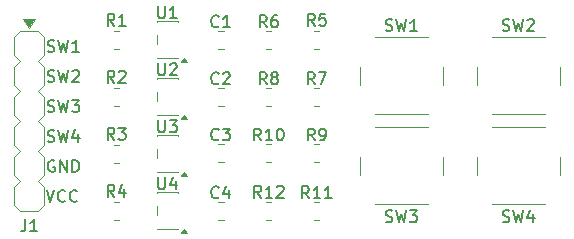
<source format=gbr>
%TF.GenerationSoftware,KiCad,Pcbnew,9.0.6-9.0.6~ubuntu24.04.1*%
%TF.CreationDate,2026-01-17T19:09:58-03:00*%
%TF.ProjectId,cotti_buttons,636f7474-695f-4627-9574-746f6e732e6b,0.0*%
%TF.SameCoordinates,Original*%
%TF.FileFunction,Legend,Top*%
%TF.FilePolarity,Positive*%
%FSLAX46Y46*%
G04 Gerber Fmt 4.6, Leading zero omitted, Abs format (unit mm)*
G04 Created by KiCad (PCBNEW 9.0.6-9.0.6~ubuntu24.04.1) date 2026-01-17 19:09:58*
%MOMM*%
%LPD*%
G01*
G04 APERTURE LIST*
%ADD10C,0.150000*%
%ADD11C,0.120000*%
%ADD12C,0.100000*%
G04 APERTURE END LIST*
D10*
X132369160Y-113487200D02*
X132512017Y-113534819D01*
X132512017Y-113534819D02*
X132750112Y-113534819D01*
X132750112Y-113534819D02*
X132845350Y-113487200D01*
X132845350Y-113487200D02*
X132892969Y-113439580D01*
X132892969Y-113439580D02*
X132940588Y-113344342D01*
X132940588Y-113344342D02*
X132940588Y-113249104D01*
X132940588Y-113249104D02*
X132892969Y-113153866D01*
X132892969Y-113153866D02*
X132845350Y-113106247D01*
X132845350Y-113106247D02*
X132750112Y-113058628D01*
X132750112Y-113058628D02*
X132559636Y-113011009D01*
X132559636Y-113011009D02*
X132464398Y-112963390D01*
X132464398Y-112963390D02*
X132416779Y-112915771D01*
X132416779Y-112915771D02*
X132369160Y-112820533D01*
X132369160Y-112820533D02*
X132369160Y-112725295D01*
X132369160Y-112725295D02*
X132416779Y-112630057D01*
X132416779Y-112630057D02*
X132464398Y-112582438D01*
X132464398Y-112582438D02*
X132559636Y-112534819D01*
X132559636Y-112534819D02*
X132797731Y-112534819D01*
X132797731Y-112534819D02*
X132940588Y-112582438D01*
X133273922Y-112534819D02*
X133512017Y-113534819D01*
X133512017Y-113534819D02*
X133702493Y-112820533D01*
X133702493Y-112820533D02*
X133892969Y-113534819D01*
X133892969Y-113534819D02*
X134131065Y-112534819D01*
X134940588Y-112868152D02*
X134940588Y-113534819D01*
X134702493Y-112487200D02*
X134464398Y-113201485D01*
X134464398Y-113201485D02*
X135083445Y-113201485D01*
X132369160Y-110947200D02*
X132512017Y-110994819D01*
X132512017Y-110994819D02*
X132750112Y-110994819D01*
X132750112Y-110994819D02*
X132845350Y-110947200D01*
X132845350Y-110947200D02*
X132892969Y-110899580D01*
X132892969Y-110899580D02*
X132940588Y-110804342D01*
X132940588Y-110804342D02*
X132940588Y-110709104D01*
X132940588Y-110709104D02*
X132892969Y-110613866D01*
X132892969Y-110613866D02*
X132845350Y-110566247D01*
X132845350Y-110566247D02*
X132750112Y-110518628D01*
X132750112Y-110518628D02*
X132559636Y-110471009D01*
X132559636Y-110471009D02*
X132464398Y-110423390D01*
X132464398Y-110423390D02*
X132416779Y-110375771D01*
X132416779Y-110375771D02*
X132369160Y-110280533D01*
X132369160Y-110280533D02*
X132369160Y-110185295D01*
X132369160Y-110185295D02*
X132416779Y-110090057D01*
X132416779Y-110090057D02*
X132464398Y-110042438D01*
X132464398Y-110042438D02*
X132559636Y-109994819D01*
X132559636Y-109994819D02*
X132797731Y-109994819D01*
X132797731Y-109994819D02*
X132940588Y-110042438D01*
X133273922Y-109994819D02*
X133512017Y-110994819D01*
X133512017Y-110994819D02*
X133702493Y-110280533D01*
X133702493Y-110280533D02*
X133892969Y-110994819D01*
X133892969Y-110994819D02*
X134131065Y-109994819D01*
X134416779Y-109994819D02*
X135035826Y-109994819D01*
X135035826Y-109994819D02*
X134702493Y-110375771D01*
X134702493Y-110375771D02*
X134845350Y-110375771D01*
X134845350Y-110375771D02*
X134940588Y-110423390D01*
X134940588Y-110423390D02*
X134988207Y-110471009D01*
X134988207Y-110471009D02*
X135035826Y-110566247D01*
X135035826Y-110566247D02*
X135035826Y-110804342D01*
X135035826Y-110804342D02*
X134988207Y-110899580D01*
X134988207Y-110899580D02*
X134940588Y-110947200D01*
X134940588Y-110947200D02*
X134845350Y-110994819D01*
X134845350Y-110994819D02*
X134559636Y-110994819D01*
X134559636Y-110994819D02*
X134464398Y-110947200D01*
X134464398Y-110947200D02*
X134416779Y-110899580D01*
X132940588Y-115122438D02*
X132845350Y-115074819D01*
X132845350Y-115074819D02*
X132702493Y-115074819D01*
X132702493Y-115074819D02*
X132559636Y-115122438D01*
X132559636Y-115122438D02*
X132464398Y-115217676D01*
X132464398Y-115217676D02*
X132416779Y-115312914D01*
X132416779Y-115312914D02*
X132369160Y-115503390D01*
X132369160Y-115503390D02*
X132369160Y-115646247D01*
X132369160Y-115646247D02*
X132416779Y-115836723D01*
X132416779Y-115836723D02*
X132464398Y-115931961D01*
X132464398Y-115931961D02*
X132559636Y-116027200D01*
X132559636Y-116027200D02*
X132702493Y-116074819D01*
X132702493Y-116074819D02*
X132797731Y-116074819D01*
X132797731Y-116074819D02*
X132940588Y-116027200D01*
X132940588Y-116027200D02*
X132988207Y-115979580D01*
X132988207Y-115979580D02*
X132988207Y-115646247D01*
X132988207Y-115646247D02*
X132797731Y-115646247D01*
X133416779Y-116074819D02*
X133416779Y-115074819D01*
X133416779Y-115074819D02*
X133988207Y-116074819D01*
X133988207Y-116074819D02*
X133988207Y-115074819D01*
X134464398Y-116074819D02*
X134464398Y-115074819D01*
X134464398Y-115074819D02*
X134702493Y-115074819D01*
X134702493Y-115074819D02*
X134845350Y-115122438D01*
X134845350Y-115122438D02*
X134940588Y-115217676D01*
X134940588Y-115217676D02*
X134988207Y-115312914D01*
X134988207Y-115312914D02*
X135035826Y-115503390D01*
X135035826Y-115503390D02*
X135035826Y-115646247D01*
X135035826Y-115646247D02*
X134988207Y-115836723D01*
X134988207Y-115836723D02*
X134940588Y-115931961D01*
X134940588Y-115931961D02*
X134845350Y-116027200D01*
X134845350Y-116027200D02*
X134702493Y-116074819D01*
X134702493Y-116074819D02*
X134464398Y-116074819D01*
X132273922Y-117614819D02*
X132607255Y-118614819D01*
X132607255Y-118614819D02*
X132940588Y-117614819D01*
X133845350Y-118519580D02*
X133797731Y-118567200D01*
X133797731Y-118567200D02*
X133654874Y-118614819D01*
X133654874Y-118614819D02*
X133559636Y-118614819D01*
X133559636Y-118614819D02*
X133416779Y-118567200D01*
X133416779Y-118567200D02*
X133321541Y-118471961D01*
X133321541Y-118471961D02*
X133273922Y-118376723D01*
X133273922Y-118376723D02*
X133226303Y-118186247D01*
X133226303Y-118186247D02*
X133226303Y-118043390D01*
X133226303Y-118043390D02*
X133273922Y-117852914D01*
X133273922Y-117852914D02*
X133321541Y-117757676D01*
X133321541Y-117757676D02*
X133416779Y-117662438D01*
X133416779Y-117662438D02*
X133559636Y-117614819D01*
X133559636Y-117614819D02*
X133654874Y-117614819D01*
X133654874Y-117614819D02*
X133797731Y-117662438D01*
X133797731Y-117662438D02*
X133845350Y-117710057D01*
X134845350Y-118519580D02*
X134797731Y-118567200D01*
X134797731Y-118567200D02*
X134654874Y-118614819D01*
X134654874Y-118614819D02*
X134559636Y-118614819D01*
X134559636Y-118614819D02*
X134416779Y-118567200D01*
X134416779Y-118567200D02*
X134321541Y-118471961D01*
X134321541Y-118471961D02*
X134273922Y-118376723D01*
X134273922Y-118376723D02*
X134226303Y-118186247D01*
X134226303Y-118186247D02*
X134226303Y-118043390D01*
X134226303Y-118043390D02*
X134273922Y-117852914D01*
X134273922Y-117852914D02*
X134321541Y-117757676D01*
X134321541Y-117757676D02*
X134416779Y-117662438D01*
X134416779Y-117662438D02*
X134559636Y-117614819D01*
X134559636Y-117614819D02*
X134654874Y-117614819D01*
X134654874Y-117614819D02*
X134797731Y-117662438D01*
X134797731Y-117662438D02*
X134845350Y-117710057D01*
X132369160Y-105867200D02*
X132512017Y-105914819D01*
X132512017Y-105914819D02*
X132750112Y-105914819D01*
X132750112Y-105914819D02*
X132845350Y-105867200D01*
X132845350Y-105867200D02*
X132892969Y-105819580D01*
X132892969Y-105819580D02*
X132940588Y-105724342D01*
X132940588Y-105724342D02*
X132940588Y-105629104D01*
X132940588Y-105629104D02*
X132892969Y-105533866D01*
X132892969Y-105533866D02*
X132845350Y-105486247D01*
X132845350Y-105486247D02*
X132750112Y-105438628D01*
X132750112Y-105438628D02*
X132559636Y-105391009D01*
X132559636Y-105391009D02*
X132464398Y-105343390D01*
X132464398Y-105343390D02*
X132416779Y-105295771D01*
X132416779Y-105295771D02*
X132369160Y-105200533D01*
X132369160Y-105200533D02*
X132369160Y-105105295D01*
X132369160Y-105105295D02*
X132416779Y-105010057D01*
X132416779Y-105010057D02*
X132464398Y-104962438D01*
X132464398Y-104962438D02*
X132559636Y-104914819D01*
X132559636Y-104914819D02*
X132797731Y-104914819D01*
X132797731Y-104914819D02*
X132940588Y-104962438D01*
X133273922Y-104914819D02*
X133512017Y-105914819D01*
X133512017Y-105914819D02*
X133702493Y-105200533D01*
X133702493Y-105200533D02*
X133892969Y-105914819D01*
X133892969Y-105914819D02*
X134131065Y-104914819D01*
X135035826Y-105914819D02*
X134464398Y-105914819D01*
X134750112Y-105914819D02*
X134750112Y-104914819D01*
X134750112Y-104914819D02*
X134654874Y-105057676D01*
X134654874Y-105057676D02*
X134559636Y-105152914D01*
X134559636Y-105152914D02*
X134464398Y-105200533D01*
X132369160Y-108407200D02*
X132512017Y-108454819D01*
X132512017Y-108454819D02*
X132750112Y-108454819D01*
X132750112Y-108454819D02*
X132845350Y-108407200D01*
X132845350Y-108407200D02*
X132892969Y-108359580D01*
X132892969Y-108359580D02*
X132940588Y-108264342D01*
X132940588Y-108264342D02*
X132940588Y-108169104D01*
X132940588Y-108169104D02*
X132892969Y-108073866D01*
X132892969Y-108073866D02*
X132845350Y-108026247D01*
X132845350Y-108026247D02*
X132750112Y-107978628D01*
X132750112Y-107978628D02*
X132559636Y-107931009D01*
X132559636Y-107931009D02*
X132464398Y-107883390D01*
X132464398Y-107883390D02*
X132416779Y-107835771D01*
X132416779Y-107835771D02*
X132369160Y-107740533D01*
X132369160Y-107740533D02*
X132369160Y-107645295D01*
X132369160Y-107645295D02*
X132416779Y-107550057D01*
X132416779Y-107550057D02*
X132464398Y-107502438D01*
X132464398Y-107502438D02*
X132559636Y-107454819D01*
X132559636Y-107454819D02*
X132797731Y-107454819D01*
X132797731Y-107454819D02*
X132940588Y-107502438D01*
X133273922Y-107454819D02*
X133512017Y-108454819D01*
X133512017Y-108454819D02*
X133702493Y-107740533D01*
X133702493Y-107740533D02*
X133892969Y-108454819D01*
X133892969Y-108454819D02*
X134131065Y-107454819D01*
X134464398Y-107550057D02*
X134512017Y-107502438D01*
X134512017Y-107502438D02*
X134607255Y-107454819D01*
X134607255Y-107454819D02*
X134845350Y-107454819D01*
X134845350Y-107454819D02*
X134940588Y-107502438D01*
X134940588Y-107502438D02*
X134988207Y-107550057D01*
X134988207Y-107550057D02*
X135035826Y-107645295D01*
X135035826Y-107645295D02*
X135035826Y-107740533D01*
X135035826Y-107740533D02*
X134988207Y-107883390D01*
X134988207Y-107883390D02*
X134416779Y-108454819D01*
X134416779Y-108454819D02*
X135035826Y-108454819D01*
X160972667Y-104107200D02*
X161115524Y-104154819D01*
X161115524Y-104154819D02*
X161353619Y-104154819D01*
X161353619Y-104154819D02*
X161448857Y-104107200D01*
X161448857Y-104107200D02*
X161496476Y-104059580D01*
X161496476Y-104059580D02*
X161544095Y-103964342D01*
X161544095Y-103964342D02*
X161544095Y-103869104D01*
X161544095Y-103869104D02*
X161496476Y-103773866D01*
X161496476Y-103773866D02*
X161448857Y-103726247D01*
X161448857Y-103726247D02*
X161353619Y-103678628D01*
X161353619Y-103678628D02*
X161163143Y-103631009D01*
X161163143Y-103631009D02*
X161067905Y-103583390D01*
X161067905Y-103583390D02*
X161020286Y-103535771D01*
X161020286Y-103535771D02*
X160972667Y-103440533D01*
X160972667Y-103440533D02*
X160972667Y-103345295D01*
X160972667Y-103345295D02*
X161020286Y-103250057D01*
X161020286Y-103250057D02*
X161067905Y-103202438D01*
X161067905Y-103202438D02*
X161163143Y-103154819D01*
X161163143Y-103154819D02*
X161401238Y-103154819D01*
X161401238Y-103154819D02*
X161544095Y-103202438D01*
X161877429Y-103154819D02*
X162115524Y-104154819D01*
X162115524Y-104154819D02*
X162306000Y-103440533D01*
X162306000Y-103440533D02*
X162496476Y-104154819D01*
X162496476Y-104154819D02*
X162734572Y-103154819D01*
X163639333Y-104154819D02*
X163067905Y-104154819D01*
X163353619Y-104154819D02*
X163353619Y-103154819D01*
X163353619Y-103154819D02*
X163258381Y-103297676D01*
X163258381Y-103297676D02*
X163163143Y-103392914D01*
X163163143Y-103392914D02*
X163067905Y-103440533D01*
X138009333Y-103706819D02*
X137676000Y-103230628D01*
X137437905Y-103706819D02*
X137437905Y-102706819D01*
X137437905Y-102706819D02*
X137818857Y-102706819D01*
X137818857Y-102706819D02*
X137914095Y-102754438D01*
X137914095Y-102754438D02*
X137961714Y-102802057D01*
X137961714Y-102802057D02*
X138009333Y-102897295D01*
X138009333Y-102897295D02*
X138009333Y-103040152D01*
X138009333Y-103040152D02*
X137961714Y-103135390D01*
X137961714Y-103135390D02*
X137914095Y-103183009D01*
X137914095Y-103183009D02*
X137818857Y-103230628D01*
X137818857Y-103230628D02*
X137437905Y-103230628D01*
X138961714Y-103706819D02*
X138390286Y-103706819D01*
X138676000Y-103706819D02*
X138676000Y-102706819D01*
X138676000Y-102706819D02*
X138580762Y-102849676D01*
X138580762Y-102849676D02*
X138485524Y-102944914D01*
X138485524Y-102944914D02*
X138390286Y-102992533D01*
X138009333Y-108532819D02*
X137676000Y-108056628D01*
X137437905Y-108532819D02*
X137437905Y-107532819D01*
X137437905Y-107532819D02*
X137818857Y-107532819D01*
X137818857Y-107532819D02*
X137914095Y-107580438D01*
X137914095Y-107580438D02*
X137961714Y-107628057D01*
X137961714Y-107628057D02*
X138009333Y-107723295D01*
X138009333Y-107723295D02*
X138009333Y-107866152D01*
X138009333Y-107866152D02*
X137961714Y-107961390D01*
X137961714Y-107961390D02*
X137914095Y-108009009D01*
X137914095Y-108009009D02*
X137818857Y-108056628D01*
X137818857Y-108056628D02*
X137437905Y-108056628D01*
X138390286Y-107628057D02*
X138437905Y-107580438D01*
X138437905Y-107580438D02*
X138533143Y-107532819D01*
X138533143Y-107532819D02*
X138771238Y-107532819D01*
X138771238Y-107532819D02*
X138866476Y-107580438D01*
X138866476Y-107580438D02*
X138914095Y-107628057D01*
X138914095Y-107628057D02*
X138961714Y-107723295D01*
X138961714Y-107723295D02*
X138961714Y-107818533D01*
X138961714Y-107818533D02*
X138914095Y-107961390D01*
X138914095Y-107961390D02*
X138342667Y-108532819D01*
X138342667Y-108532819D02*
X138961714Y-108532819D01*
X160972667Y-120295200D02*
X161115524Y-120342819D01*
X161115524Y-120342819D02*
X161353619Y-120342819D01*
X161353619Y-120342819D02*
X161448857Y-120295200D01*
X161448857Y-120295200D02*
X161496476Y-120247580D01*
X161496476Y-120247580D02*
X161544095Y-120152342D01*
X161544095Y-120152342D02*
X161544095Y-120057104D01*
X161544095Y-120057104D02*
X161496476Y-119961866D01*
X161496476Y-119961866D02*
X161448857Y-119914247D01*
X161448857Y-119914247D02*
X161353619Y-119866628D01*
X161353619Y-119866628D02*
X161163143Y-119819009D01*
X161163143Y-119819009D02*
X161067905Y-119771390D01*
X161067905Y-119771390D02*
X161020286Y-119723771D01*
X161020286Y-119723771D02*
X160972667Y-119628533D01*
X160972667Y-119628533D02*
X160972667Y-119533295D01*
X160972667Y-119533295D02*
X161020286Y-119438057D01*
X161020286Y-119438057D02*
X161067905Y-119390438D01*
X161067905Y-119390438D02*
X161163143Y-119342819D01*
X161163143Y-119342819D02*
X161401238Y-119342819D01*
X161401238Y-119342819D02*
X161544095Y-119390438D01*
X161877429Y-119342819D02*
X162115524Y-120342819D01*
X162115524Y-120342819D02*
X162306000Y-119628533D01*
X162306000Y-119628533D02*
X162496476Y-120342819D01*
X162496476Y-120342819D02*
X162734572Y-119342819D01*
X163020286Y-119342819D02*
X163639333Y-119342819D01*
X163639333Y-119342819D02*
X163306000Y-119723771D01*
X163306000Y-119723771D02*
X163448857Y-119723771D01*
X163448857Y-119723771D02*
X163544095Y-119771390D01*
X163544095Y-119771390D02*
X163591714Y-119819009D01*
X163591714Y-119819009D02*
X163639333Y-119914247D01*
X163639333Y-119914247D02*
X163639333Y-120152342D01*
X163639333Y-120152342D02*
X163591714Y-120247580D01*
X163591714Y-120247580D02*
X163544095Y-120295200D01*
X163544095Y-120295200D02*
X163448857Y-120342819D01*
X163448857Y-120342819D02*
X163163143Y-120342819D01*
X163163143Y-120342819D02*
X163067905Y-120295200D01*
X163067905Y-120295200D02*
X163020286Y-120247580D01*
X141732095Y-111722819D02*
X141732095Y-112532342D01*
X141732095Y-112532342D02*
X141779714Y-112627580D01*
X141779714Y-112627580D02*
X141827333Y-112675200D01*
X141827333Y-112675200D02*
X141922571Y-112722819D01*
X141922571Y-112722819D02*
X142113047Y-112722819D01*
X142113047Y-112722819D02*
X142208285Y-112675200D01*
X142208285Y-112675200D02*
X142255904Y-112627580D01*
X142255904Y-112627580D02*
X142303523Y-112532342D01*
X142303523Y-112532342D02*
X142303523Y-111722819D01*
X142684476Y-111722819D02*
X143303523Y-111722819D01*
X143303523Y-111722819D02*
X142970190Y-112103771D01*
X142970190Y-112103771D02*
X143113047Y-112103771D01*
X143113047Y-112103771D02*
X143208285Y-112151390D01*
X143208285Y-112151390D02*
X143255904Y-112199009D01*
X143255904Y-112199009D02*
X143303523Y-112294247D01*
X143303523Y-112294247D02*
X143303523Y-112532342D01*
X143303523Y-112532342D02*
X143255904Y-112627580D01*
X143255904Y-112627580D02*
X143208285Y-112675200D01*
X143208285Y-112675200D02*
X143113047Y-112722819D01*
X143113047Y-112722819D02*
X142827333Y-112722819D01*
X142827333Y-112722819D02*
X142732095Y-112675200D01*
X142732095Y-112675200D02*
X142684476Y-112627580D01*
X141732095Y-102070819D02*
X141732095Y-102880342D01*
X141732095Y-102880342D02*
X141779714Y-102975580D01*
X141779714Y-102975580D02*
X141827333Y-103023200D01*
X141827333Y-103023200D02*
X141922571Y-103070819D01*
X141922571Y-103070819D02*
X142113047Y-103070819D01*
X142113047Y-103070819D02*
X142208285Y-103023200D01*
X142208285Y-103023200D02*
X142255904Y-102975580D01*
X142255904Y-102975580D02*
X142303523Y-102880342D01*
X142303523Y-102880342D02*
X142303523Y-102070819D01*
X143303523Y-103070819D02*
X142732095Y-103070819D01*
X143017809Y-103070819D02*
X143017809Y-102070819D01*
X143017809Y-102070819D02*
X142922571Y-102213676D01*
X142922571Y-102213676D02*
X142827333Y-102308914D01*
X142827333Y-102308914D02*
X142732095Y-102356533D01*
X150436342Y-118260019D02*
X150103009Y-117783828D01*
X149864914Y-118260019D02*
X149864914Y-117260019D01*
X149864914Y-117260019D02*
X150245866Y-117260019D01*
X150245866Y-117260019D02*
X150341104Y-117307638D01*
X150341104Y-117307638D02*
X150388723Y-117355257D01*
X150388723Y-117355257D02*
X150436342Y-117450495D01*
X150436342Y-117450495D02*
X150436342Y-117593352D01*
X150436342Y-117593352D02*
X150388723Y-117688590D01*
X150388723Y-117688590D02*
X150341104Y-117736209D01*
X150341104Y-117736209D02*
X150245866Y-117783828D01*
X150245866Y-117783828D02*
X149864914Y-117783828D01*
X151388723Y-118260019D02*
X150817295Y-118260019D01*
X151103009Y-118260019D02*
X151103009Y-117260019D01*
X151103009Y-117260019D02*
X151007771Y-117402876D01*
X151007771Y-117402876D02*
X150912533Y-117498114D01*
X150912533Y-117498114D02*
X150817295Y-117545733D01*
X151769676Y-117355257D02*
X151817295Y-117307638D01*
X151817295Y-117307638D02*
X151912533Y-117260019D01*
X151912533Y-117260019D02*
X152150628Y-117260019D01*
X152150628Y-117260019D02*
X152245866Y-117307638D01*
X152245866Y-117307638D02*
X152293485Y-117355257D01*
X152293485Y-117355257D02*
X152341104Y-117450495D01*
X152341104Y-117450495D02*
X152341104Y-117545733D01*
X152341104Y-117545733D02*
X152293485Y-117688590D01*
X152293485Y-117688590D02*
X151722057Y-118260019D01*
X151722057Y-118260019D02*
X152341104Y-118260019D01*
X138009333Y-113358819D02*
X137676000Y-112882628D01*
X137437905Y-113358819D02*
X137437905Y-112358819D01*
X137437905Y-112358819D02*
X137818857Y-112358819D01*
X137818857Y-112358819D02*
X137914095Y-112406438D01*
X137914095Y-112406438D02*
X137961714Y-112454057D01*
X137961714Y-112454057D02*
X138009333Y-112549295D01*
X138009333Y-112549295D02*
X138009333Y-112692152D01*
X138009333Y-112692152D02*
X137961714Y-112787390D01*
X137961714Y-112787390D02*
X137914095Y-112835009D01*
X137914095Y-112835009D02*
X137818857Y-112882628D01*
X137818857Y-112882628D02*
X137437905Y-112882628D01*
X138342667Y-112358819D02*
X138961714Y-112358819D01*
X138961714Y-112358819D02*
X138628381Y-112739771D01*
X138628381Y-112739771D02*
X138771238Y-112739771D01*
X138771238Y-112739771D02*
X138866476Y-112787390D01*
X138866476Y-112787390D02*
X138914095Y-112835009D01*
X138914095Y-112835009D02*
X138961714Y-112930247D01*
X138961714Y-112930247D02*
X138961714Y-113168342D01*
X138961714Y-113168342D02*
X138914095Y-113263580D01*
X138914095Y-113263580D02*
X138866476Y-113311200D01*
X138866476Y-113311200D02*
X138771238Y-113358819D01*
X138771238Y-113358819D02*
X138485524Y-113358819D01*
X138485524Y-113358819D02*
X138390286Y-113311200D01*
X138390286Y-113311200D02*
X138342667Y-113263580D01*
X154975333Y-103705819D02*
X154642000Y-103229628D01*
X154403905Y-103705819D02*
X154403905Y-102705819D01*
X154403905Y-102705819D02*
X154784857Y-102705819D01*
X154784857Y-102705819D02*
X154880095Y-102753438D01*
X154880095Y-102753438D02*
X154927714Y-102801057D01*
X154927714Y-102801057D02*
X154975333Y-102896295D01*
X154975333Y-102896295D02*
X154975333Y-103039152D01*
X154975333Y-103039152D02*
X154927714Y-103134390D01*
X154927714Y-103134390D02*
X154880095Y-103182009D01*
X154880095Y-103182009D02*
X154784857Y-103229628D01*
X154784857Y-103229628D02*
X154403905Y-103229628D01*
X155880095Y-102705819D02*
X155403905Y-102705819D01*
X155403905Y-102705819D02*
X155356286Y-103182009D01*
X155356286Y-103182009D02*
X155403905Y-103134390D01*
X155403905Y-103134390D02*
X155499143Y-103086771D01*
X155499143Y-103086771D02*
X155737238Y-103086771D01*
X155737238Y-103086771D02*
X155832476Y-103134390D01*
X155832476Y-103134390D02*
X155880095Y-103182009D01*
X155880095Y-103182009D02*
X155927714Y-103277247D01*
X155927714Y-103277247D02*
X155927714Y-103515342D01*
X155927714Y-103515342D02*
X155880095Y-103610580D01*
X155880095Y-103610580D02*
X155832476Y-103658200D01*
X155832476Y-103658200D02*
X155737238Y-103705819D01*
X155737238Y-103705819D02*
X155499143Y-103705819D01*
X155499143Y-103705819D02*
X155403905Y-103658200D01*
X155403905Y-103658200D02*
X155356286Y-103610580D01*
X150911333Y-103832819D02*
X150578000Y-103356628D01*
X150339905Y-103832819D02*
X150339905Y-102832819D01*
X150339905Y-102832819D02*
X150720857Y-102832819D01*
X150720857Y-102832819D02*
X150816095Y-102880438D01*
X150816095Y-102880438D02*
X150863714Y-102928057D01*
X150863714Y-102928057D02*
X150911333Y-103023295D01*
X150911333Y-103023295D02*
X150911333Y-103166152D01*
X150911333Y-103166152D02*
X150863714Y-103261390D01*
X150863714Y-103261390D02*
X150816095Y-103309009D01*
X150816095Y-103309009D02*
X150720857Y-103356628D01*
X150720857Y-103356628D02*
X150339905Y-103356628D01*
X151768476Y-102832819D02*
X151578000Y-102832819D01*
X151578000Y-102832819D02*
X151482762Y-102880438D01*
X151482762Y-102880438D02*
X151435143Y-102928057D01*
X151435143Y-102928057D02*
X151339905Y-103070914D01*
X151339905Y-103070914D02*
X151292286Y-103261390D01*
X151292286Y-103261390D02*
X151292286Y-103642342D01*
X151292286Y-103642342D02*
X151339905Y-103737580D01*
X151339905Y-103737580D02*
X151387524Y-103785200D01*
X151387524Y-103785200D02*
X151482762Y-103832819D01*
X151482762Y-103832819D02*
X151673238Y-103832819D01*
X151673238Y-103832819D02*
X151768476Y-103785200D01*
X151768476Y-103785200D02*
X151816095Y-103737580D01*
X151816095Y-103737580D02*
X151863714Y-103642342D01*
X151863714Y-103642342D02*
X151863714Y-103404247D01*
X151863714Y-103404247D02*
X151816095Y-103309009D01*
X151816095Y-103309009D02*
X151768476Y-103261390D01*
X151768476Y-103261390D02*
X151673238Y-103213771D01*
X151673238Y-103213771D02*
X151482762Y-103213771D01*
X151482762Y-103213771D02*
X151387524Y-103261390D01*
X151387524Y-103261390D02*
X151339905Y-103309009D01*
X151339905Y-103309009D02*
X151292286Y-103404247D01*
X170878667Y-104107200D02*
X171021524Y-104154819D01*
X171021524Y-104154819D02*
X171259619Y-104154819D01*
X171259619Y-104154819D02*
X171354857Y-104107200D01*
X171354857Y-104107200D02*
X171402476Y-104059580D01*
X171402476Y-104059580D02*
X171450095Y-103964342D01*
X171450095Y-103964342D02*
X171450095Y-103869104D01*
X171450095Y-103869104D02*
X171402476Y-103773866D01*
X171402476Y-103773866D02*
X171354857Y-103726247D01*
X171354857Y-103726247D02*
X171259619Y-103678628D01*
X171259619Y-103678628D02*
X171069143Y-103631009D01*
X171069143Y-103631009D02*
X170973905Y-103583390D01*
X170973905Y-103583390D02*
X170926286Y-103535771D01*
X170926286Y-103535771D02*
X170878667Y-103440533D01*
X170878667Y-103440533D02*
X170878667Y-103345295D01*
X170878667Y-103345295D02*
X170926286Y-103250057D01*
X170926286Y-103250057D02*
X170973905Y-103202438D01*
X170973905Y-103202438D02*
X171069143Y-103154819D01*
X171069143Y-103154819D02*
X171307238Y-103154819D01*
X171307238Y-103154819D02*
X171450095Y-103202438D01*
X171783429Y-103154819D02*
X172021524Y-104154819D01*
X172021524Y-104154819D02*
X172212000Y-103440533D01*
X172212000Y-103440533D02*
X172402476Y-104154819D01*
X172402476Y-104154819D02*
X172640572Y-103154819D01*
X172973905Y-103250057D02*
X173021524Y-103202438D01*
X173021524Y-103202438D02*
X173116762Y-103154819D01*
X173116762Y-103154819D02*
X173354857Y-103154819D01*
X173354857Y-103154819D02*
X173450095Y-103202438D01*
X173450095Y-103202438D02*
X173497714Y-103250057D01*
X173497714Y-103250057D02*
X173545333Y-103345295D01*
X173545333Y-103345295D02*
X173545333Y-103440533D01*
X173545333Y-103440533D02*
X173497714Y-103583390D01*
X173497714Y-103583390D02*
X172926286Y-104154819D01*
X172926286Y-104154819D02*
X173545333Y-104154819D01*
X138009333Y-118184819D02*
X137676000Y-117708628D01*
X137437905Y-118184819D02*
X137437905Y-117184819D01*
X137437905Y-117184819D02*
X137818857Y-117184819D01*
X137818857Y-117184819D02*
X137914095Y-117232438D01*
X137914095Y-117232438D02*
X137961714Y-117280057D01*
X137961714Y-117280057D02*
X138009333Y-117375295D01*
X138009333Y-117375295D02*
X138009333Y-117518152D01*
X138009333Y-117518152D02*
X137961714Y-117613390D01*
X137961714Y-117613390D02*
X137914095Y-117661009D01*
X137914095Y-117661009D02*
X137818857Y-117708628D01*
X137818857Y-117708628D02*
X137437905Y-117708628D01*
X138866476Y-117518152D02*
X138866476Y-118184819D01*
X138628381Y-117137200D02*
X138390286Y-117851485D01*
X138390286Y-117851485D02*
X139009333Y-117851485D01*
X146847333Y-118215580D02*
X146799714Y-118263200D01*
X146799714Y-118263200D02*
X146656857Y-118310819D01*
X146656857Y-118310819D02*
X146561619Y-118310819D01*
X146561619Y-118310819D02*
X146418762Y-118263200D01*
X146418762Y-118263200D02*
X146323524Y-118167961D01*
X146323524Y-118167961D02*
X146275905Y-118072723D01*
X146275905Y-118072723D02*
X146228286Y-117882247D01*
X146228286Y-117882247D02*
X146228286Y-117739390D01*
X146228286Y-117739390D02*
X146275905Y-117548914D01*
X146275905Y-117548914D02*
X146323524Y-117453676D01*
X146323524Y-117453676D02*
X146418762Y-117358438D01*
X146418762Y-117358438D02*
X146561619Y-117310819D01*
X146561619Y-117310819D02*
X146656857Y-117310819D01*
X146656857Y-117310819D02*
X146799714Y-117358438D01*
X146799714Y-117358438D02*
X146847333Y-117406057D01*
X147704476Y-117644152D02*
X147704476Y-118310819D01*
X147466381Y-117263200D02*
X147228286Y-117977485D01*
X147228286Y-117977485D02*
X147847333Y-117977485D01*
X150911333Y-108658819D02*
X150578000Y-108182628D01*
X150339905Y-108658819D02*
X150339905Y-107658819D01*
X150339905Y-107658819D02*
X150720857Y-107658819D01*
X150720857Y-107658819D02*
X150816095Y-107706438D01*
X150816095Y-107706438D02*
X150863714Y-107754057D01*
X150863714Y-107754057D02*
X150911333Y-107849295D01*
X150911333Y-107849295D02*
X150911333Y-107992152D01*
X150911333Y-107992152D02*
X150863714Y-108087390D01*
X150863714Y-108087390D02*
X150816095Y-108135009D01*
X150816095Y-108135009D02*
X150720857Y-108182628D01*
X150720857Y-108182628D02*
X150339905Y-108182628D01*
X151482762Y-108087390D02*
X151387524Y-108039771D01*
X151387524Y-108039771D02*
X151339905Y-107992152D01*
X151339905Y-107992152D02*
X151292286Y-107896914D01*
X151292286Y-107896914D02*
X151292286Y-107849295D01*
X151292286Y-107849295D02*
X151339905Y-107754057D01*
X151339905Y-107754057D02*
X151387524Y-107706438D01*
X151387524Y-107706438D02*
X151482762Y-107658819D01*
X151482762Y-107658819D02*
X151673238Y-107658819D01*
X151673238Y-107658819D02*
X151768476Y-107706438D01*
X151768476Y-107706438D02*
X151816095Y-107754057D01*
X151816095Y-107754057D02*
X151863714Y-107849295D01*
X151863714Y-107849295D02*
X151863714Y-107896914D01*
X151863714Y-107896914D02*
X151816095Y-107992152D01*
X151816095Y-107992152D02*
X151768476Y-108039771D01*
X151768476Y-108039771D02*
X151673238Y-108087390D01*
X151673238Y-108087390D02*
X151482762Y-108087390D01*
X151482762Y-108087390D02*
X151387524Y-108135009D01*
X151387524Y-108135009D02*
X151339905Y-108182628D01*
X151339905Y-108182628D02*
X151292286Y-108277866D01*
X151292286Y-108277866D02*
X151292286Y-108468342D01*
X151292286Y-108468342D02*
X151339905Y-108563580D01*
X151339905Y-108563580D02*
X151387524Y-108611200D01*
X151387524Y-108611200D02*
X151482762Y-108658819D01*
X151482762Y-108658819D02*
X151673238Y-108658819D01*
X151673238Y-108658819D02*
X151768476Y-108611200D01*
X151768476Y-108611200D02*
X151816095Y-108563580D01*
X151816095Y-108563580D02*
X151863714Y-108468342D01*
X151863714Y-108468342D02*
X151863714Y-108277866D01*
X151863714Y-108277866D02*
X151816095Y-108182628D01*
X151816095Y-108182628D02*
X151768476Y-108135009D01*
X151768476Y-108135009D02*
X151673238Y-108087390D01*
X130476666Y-120104819D02*
X130476666Y-120819104D01*
X130476666Y-120819104D02*
X130429047Y-120961961D01*
X130429047Y-120961961D02*
X130333809Y-121057200D01*
X130333809Y-121057200D02*
X130190952Y-121104819D01*
X130190952Y-121104819D02*
X130095714Y-121104819D01*
X131476666Y-121104819D02*
X130905238Y-121104819D01*
X131190952Y-121104819D02*
X131190952Y-120104819D01*
X131190952Y-120104819D02*
X131095714Y-120247676D01*
X131095714Y-120247676D02*
X131000476Y-120342914D01*
X131000476Y-120342914D02*
X130905238Y-120390533D01*
X146847333Y-103737580D02*
X146799714Y-103785200D01*
X146799714Y-103785200D02*
X146656857Y-103832819D01*
X146656857Y-103832819D02*
X146561619Y-103832819D01*
X146561619Y-103832819D02*
X146418762Y-103785200D01*
X146418762Y-103785200D02*
X146323524Y-103689961D01*
X146323524Y-103689961D02*
X146275905Y-103594723D01*
X146275905Y-103594723D02*
X146228286Y-103404247D01*
X146228286Y-103404247D02*
X146228286Y-103261390D01*
X146228286Y-103261390D02*
X146275905Y-103070914D01*
X146275905Y-103070914D02*
X146323524Y-102975676D01*
X146323524Y-102975676D02*
X146418762Y-102880438D01*
X146418762Y-102880438D02*
X146561619Y-102832819D01*
X146561619Y-102832819D02*
X146656857Y-102832819D01*
X146656857Y-102832819D02*
X146799714Y-102880438D01*
X146799714Y-102880438D02*
X146847333Y-102928057D01*
X147799714Y-103832819D02*
X147228286Y-103832819D01*
X147514000Y-103832819D02*
X147514000Y-102832819D01*
X147514000Y-102832819D02*
X147418762Y-102975676D01*
X147418762Y-102975676D02*
X147323524Y-103070914D01*
X147323524Y-103070914D02*
X147228286Y-103118533D01*
X146847333Y-113323580D02*
X146799714Y-113371200D01*
X146799714Y-113371200D02*
X146656857Y-113418819D01*
X146656857Y-113418819D02*
X146561619Y-113418819D01*
X146561619Y-113418819D02*
X146418762Y-113371200D01*
X146418762Y-113371200D02*
X146323524Y-113275961D01*
X146323524Y-113275961D02*
X146275905Y-113180723D01*
X146275905Y-113180723D02*
X146228286Y-112990247D01*
X146228286Y-112990247D02*
X146228286Y-112847390D01*
X146228286Y-112847390D02*
X146275905Y-112656914D01*
X146275905Y-112656914D02*
X146323524Y-112561676D01*
X146323524Y-112561676D02*
X146418762Y-112466438D01*
X146418762Y-112466438D02*
X146561619Y-112418819D01*
X146561619Y-112418819D02*
X146656857Y-112418819D01*
X146656857Y-112418819D02*
X146799714Y-112466438D01*
X146799714Y-112466438D02*
X146847333Y-112514057D01*
X147180667Y-112418819D02*
X147799714Y-112418819D01*
X147799714Y-112418819D02*
X147466381Y-112799771D01*
X147466381Y-112799771D02*
X147609238Y-112799771D01*
X147609238Y-112799771D02*
X147704476Y-112847390D01*
X147704476Y-112847390D02*
X147752095Y-112895009D01*
X147752095Y-112895009D02*
X147799714Y-112990247D01*
X147799714Y-112990247D02*
X147799714Y-113228342D01*
X147799714Y-113228342D02*
X147752095Y-113323580D01*
X147752095Y-113323580D02*
X147704476Y-113371200D01*
X147704476Y-113371200D02*
X147609238Y-113418819D01*
X147609238Y-113418819D02*
X147323524Y-113418819D01*
X147323524Y-113418819D02*
X147228286Y-113371200D01*
X147228286Y-113371200D02*
X147180667Y-113323580D01*
X154499142Y-118310819D02*
X154165809Y-117834628D01*
X153927714Y-118310819D02*
X153927714Y-117310819D01*
X153927714Y-117310819D02*
X154308666Y-117310819D01*
X154308666Y-117310819D02*
X154403904Y-117358438D01*
X154403904Y-117358438D02*
X154451523Y-117406057D01*
X154451523Y-117406057D02*
X154499142Y-117501295D01*
X154499142Y-117501295D02*
X154499142Y-117644152D01*
X154499142Y-117644152D02*
X154451523Y-117739390D01*
X154451523Y-117739390D02*
X154403904Y-117787009D01*
X154403904Y-117787009D02*
X154308666Y-117834628D01*
X154308666Y-117834628D02*
X153927714Y-117834628D01*
X155451523Y-118310819D02*
X154880095Y-118310819D01*
X155165809Y-118310819D02*
X155165809Y-117310819D01*
X155165809Y-117310819D02*
X155070571Y-117453676D01*
X155070571Y-117453676D02*
X154975333Y-117548914D01*
X154975333Y-117548914D02*
X154880095Y-117596533D01*
X156403904Y-118310819D02*
X155832476Y-118310819D01*
X156118190Y-118310819D02*
X156118190Y-117310819D01*
X156118190Y-117310819D02*
X156022952Y-117453676D01*
X156022952Y-117453676D02*
X155927714Y-117548914D01*
X155927714Y-117548914D02*
X155832476Y-117596533D01*
X141732095Y-106896819D02*
X141732095Y-107706342D01*
X141732095Y-107706342D02*
X141779714Y-107801580D01*
X141779714Y-107801580D02*
X141827333Y-107849200D01*
X141827333Y-107849200D02*
X141922571Y-107896819D01*
X141922571Y-107896819D02*
X142113047Y-107896819D01*
X142113047Y-107896819D02*
X142208285Y-107849200D01*
X142208285Y-107849200D02*
X142255904Y-107801580D01*
X142255904Y-107801580D02*
X142303523Y-107706342D01*
X142303523Y-107706342D02*
X142303523Y-106896819D01*
X142732095Y-106992057D02*
X142779714Y-106944438D01*
X142779714Y-106944438D02*
X142874952Y-106896819D01*
X142874952Y-106896819D02*
X143113047Y-106896819D01*
X143113047Y-106896819D02*
X143208285Y-106944438D01*
X143208285Y-106944438D02*
X143255904Y-106992057D01*
X143255904Y-106992057D02*
X143303523Y-107087295D01*
X143303523Y-107087295D02*
X143303523Y-107182533D01*
X143303523Y-107182533D02*
X143255904Y-107325390D01*
X143255904Y-107325390D02*
X142684476Y-107896819D01*
X142684476Y-107896819D02*
X143303523Y-107896819D01*
X141732095Y-116548819D02*
X141732095Y-117358342D01*
X141732095Y-117358342D02*
X141779714Y-117453580D01*
X141779714Y-117453580D02*
X141827333Y-117501200D01*
X141827333Y-117501200D02*
X141922571Y-117548819D01*
X141922571Y-117548819D02*
X142113047Y-117548819D01*
X142113047Y-117548819D02*
X142208285Y-117501200D01*
X142208285Y-117501200D02*
X142255904Y-117453580D01*
X142255904Y-117453580D02*
X142303523Y-117358342D01*
X142303523Y-117358342D02*
X142303523Y-116548819D01*
X143208285Y-116882152D02*
X143208285Y-117548819D01*
X142970190Y-116501200D02*
X142732095Y-117215485D01*
X142732095Y-117215485D02*
X143351142Y-117215485D01*
X154975333Y-108658819D02*
X154642000Y-108182628D01*
X154403905Y-108658819D02*
X154403905Y-107658819D01*
X154403905Y-107658819D02*
X154784857Y-107658819D01*
X154784857Y-107658819D02*
X154880095Y-107706438D01*
X154880095Y-107706438D02*
X154927714Y-107754057D01*
X154927714Y-107754057D02*
X154975333Y-107849295D01*
X154975333Y-107849295D02*
X154975333Y-107992152D01*
X154975333Y-107992152D02*
X154927714Y-108087390D01*
X154927714Y-108087390D02*
X154880095Y-108135009D01*
X154880095Y-108135009D02*
X154784857Y-108182628D01*
X154784857Y-108182628D02*
X154403905Y-108182628D01*
X155308667Y-107658819D02*
X155975333Y-107658819D01*
X155975333Y-107658819D02*
X155546762Y-108658819D01*
X170878667Y-120295200D02*
X171021524Y-120342819D01*
X171021524Y-120342819D02*
X171259619Y-120342819D01*
X171259619Y-120342819D02*
X171354857Y-120295200D01*
X171354857Y-120295200D02*
X171402476Y-120247580D01*
X171402476Y-120247580D02*
X171450095Y-120152342D01*
X171450095Y-120152342D02*
X171450095Y-120057104D01*
X171450095Y-120057104D02*
X171402476Y-119961866D01*
X171402476Y-119961866D02*
X171354857Y-119914247D01*
X171354857Y-119914247D02*
X171259619Y-119866628D01*
X171259619Y-119866628D02*
X171069143Y-119819009D01*
X171069143Y-119819009D02*
X170973905Y-119771390D01*
X170973905Y-119771390D02*
X170926286Y-119723771D01*
X170926286Y-119723771D02*
X170878667Y-119628533D01*
X170878667Y-119628533D02*
X170878667Y-119533295D01*
X170878667Y-119533295D02*
X170926286Y-119438057D01*
X170926286Y-119438057D02*
X170973905Y-119390438D01*
X170973905Y-119390438D02*
X171069143Y-119342819D01*
X171069143Y-119342819D02*
X171307238Y-119342819D01*
X171307238Y-119342819D02*
X171450095Y-119390438D01*
X171783429Y-119342819D02*
X172021524Y-120342819D01*
X172021524Y-120342819D02*
X172212000Y-119628533D01*
X172212000Y-119628533D02*
X172402476Y-120342819D01*
X172402476Y-120342819D02*
X172640572Y-119342819D01*
X173450095Y-119676152D02*
X173450095Y-120342819D01*
X173212000Y-119295200D02*
X172973905Y-120009485D01*
X172973905Y-120009485D02*
X173592952Y-120009485D01*
X154975333Y-113418819D02*
X154642000Y-112942628D01*
X154403905Y-113418819D02*
X154403905Y-112418819D01*
X154403905Y-112418819D02*
X154784857Y-112418819D01*
X154784857Y-112418819D02*
X154880095Y-112466438D01*
X154880095Y-112466438D02*
X154927714Y-112514057D01*
X154927714Y-112514057D02*
X154975333Y-112609295D01*
X154975333Y-112609295D02*
X154975333Y-112752152D01*
X154975333Y-112752152D02*
X154927714Y-112847390D01*
X154927714Y-112847390D02*
X154880095Y-112895009D01*
X154880095Y-112895009D02*
X154784857Y-112942628D01*
X154784857Y-112942628D02*
X154403905Y-112942628D01*
X155451524Y-113418819D02*
X155642000Y-113418819D01*
X155642000Y-113418819D02*
X155737238Y-113371200D01*
X155737238Y-113371200D02*
X155784857Y-113323580D01*
X155784857Y-113323580D02*
X155880095Y-113180723D01*
X155880095Y-113180723D02*
X155927714Y-112990247D01*
X155927714Y-112990247D02*
X155927714Y-112609295D01*
X155927714Y-112609295D02*
X155880095Y-112514057D01*
X155880095Y-112514057D02*
X155832476Y-112466438D01*
X155832476Y-112466438D02*
X155737238Y-112418819D01*
X155737238Y-112418819D02*
X155546762Y-112418819D01*
X155546762Y-112418819D02*
X155451524Y-112466438D01*
X155451524Y-112466438D02*
X155403905Y-112514057D01*
X155403905Y-112514057D02*
X155356286Y-112609295D01*
X155356286Y-112609295D02*
X155356286Y-112847390D01*
X155356286Y-112847390D02*
X155403905Y-112942628D01*
X155403905Y-112942628D02*
X155451524Y-112990247D01*
X155451524Y-112990247D02*
X155546762Y-113037866D01*
X155546762Y-113037866D02*
X155737238Y-113037866D01*
X155737238Y-113037866D02*
X155832476Y-112990247D01*
X155832476Y-112990247D02*
X155880095Y-112942628D01*
X155880095Y-112942628D02*
X155927714Y-112847390D01*
X150435142Y-113418819D02*
X150101809Y-112942628D01*
X149863714Y-113418819D02*
X149863714Y-112418819D01*
X149863714Y-112418819D02*
X150244666Y-112418819D01*
X150244666Y-112418819D02*
X150339904Y-112466438D01*
X150339904Y-112466438D02*
X150387523Y-112514057D01*
X150387523Y-112514057D02*
X150435142Y-112609295D01*
X150435142Y-112609295D02*
X150435142Y-112752152D01*
X150435142Y-112752152D02*
X150387523Y-112847390D01*
X150387523Y-112847390D02*
X150339904Y-112895009D01*
X150339904Y-112895009D02*
X150244666Y-112942628D01*
X150244666Y-112942628D02*
X149863714Y-112942628D01*
X151387523Y-113418819D02*
X150816095Y-113418819D01*
X151101809Y-113418819D02*
X151101809Y-112418819D01*
X151101809Y-112418819D02*
X151006571Y-112561676D01*
X151006571Y-112561676D02*
X150911333Y-112656914D01*
X150911333Y-112656914D02*
X150816095Y-112704533D01*
X152006571Y-112418819D02*
X152101809Y-112418819D01*
X152101809Y-112418819D02*
X152197047Y-112466438D01*
X152197047Y-112466438D02*
X152244666Y-112514057D01*
X152244666Y-112514057D02*
X152292285Y-112609295D01*
X152292285Y-112609295D02*
X152339904Y-112799771D01*
X152339904Y-112799771D02*
X152339904Y-113037866D01*
X152339904Y-113037866D02*
X152292285Y-113228342D01*
X152292285Y-113228342D02*
X152244666Y-113323580D01*
X152244666Y-113323580D02*
X152197047Y-113371200D01*
X152197047Y-113371200D02*
X152101809Y-113418819D01*
X152101809Y-113418819D02*
X152006571Y-113418819D01*
X152006571Y-113418819D02*
X151911333Y-113371200D01*
X151911333Y-113371200D02*
X151863714Y-113323580D01*
X151863714Y-113323580D02*
X151816095Y-113228342D01*
X151816095Y-113228342D02*
X151768476Y-113037866D01*
X151768476Y-113037866D02*
X151768476Y-112799771D01*
X151768476Y-112799771D02*
X151816095Y-112609295D01*
X151816095Y-112609295D02*
X151863714Y-112514057D01*
X151863714Y-112514057D02*
X151911333Y-112466438D01*
X151911333Y-112466438D02*
X152006571Y-112418819D01*
X146847333Y-108563580D02*
X146799714Y-108611200D01*
X146799714Y-108611200D02*
X146656857Y-108658819D01*
X146656857Y-108658819D02*
X146561619Y-108658819D01*
X146561619Y-108658819D02*
X146418762Y-108611200D01*
X146418762Y-108611200D02*
X146323524Y-108515961D01*
X146323524Y-108515961D02*
X146275905Y-108420723D01*
X146275905Y-108420723D02*
X146228286Y-108230247D01*
X146228286Y-108230247D02*
X146228286Y-108087390D01*
X146228286Y-108087390D02*
X146275905Y-107896914D01*
X146275905Y-107896914D02*
X146323524Y-107801676D01*
X146323524Y-107801676D02*
X146418762Y-107706438D01*
X146418762Y-107706438D02*
X146561619Y-107658819D01*
X146561619Y-107658819D02*
X146656857Y-107658819D01*
X146656857Y-107658819D02*
X146799714Y-107706438D01*
X146799714Y-107706438D02*
X146847333Y-107754057D01*
X147228286Y-107754057D02*
X147275905Y-107706438D01*
X147275905Y-107706438D02*
X147371143Y-107658819D01*
X147371143Y-107658819D02*
X147609238Y-107658819D01*
X147609238Y-107658819D02*
X147704476Y-107706438D01*
X147704476Y-107706438D02*
X147752095Y-107754057D01*
X147752095Y-107754057D02*
X147799714Y-107849295D01*
X147799714Y-107849295D02*
X147799714Y-107944533D01*
X147799714Y-107944533D02*
X147752095Y-108087390D01*
X147752095Y-108087390D02*
X147180667Y-108658819D01*
X147180667Y-108658819D02*
X147799714Y-108658819D01*
D11*
%TO.C,SW1*%
X158806000Y-107200000D02*
X158806000Y-108700000D01*
X160056000Y-111200000D02*
X164556000Y-111200000D01*
X164556000Y-104700000D02*
X160056000Y-104700000D01*
X165806000Y-108700000D02*
X165806000Y-107200000D01*
%TO.C,R1*%
X137948936Y-104167000D02*
X138403064Y-104167000D01*
X137948936Y-105637000D02*
X138403064Y-105637000D01*
%TO.C,R2*%
X137948936Y-108993000D02*
X138403064Y-108993000D01*
X137948936Y-110463000D02*
X138403064Y-110463000D01*
%TO.C,SW3*%
X158806000Y-114820000D02*
X158806000Y-116320000D01*
X160056000Y-118820000D02*
X164556000Y-118820000D01*
X164556000Y-112320000D02*
X160056000Y-112320000D01*
X165806000Y-116320000D02*
X165806000Y-114820000D01*
%TO.C,U3*%
X141609000Y-112994000D02*
X143379000Y-112994000D01*
X141609000Y-113044000D02*
X141609000Y-112994000D01*
X141609000Y-114944000D02*
X141609000Y-114164000D01*
X141609000Y-116114000D02*
X141609000Y-116064000D01*
X143379000Y-112994000D02*
X143379000Y-113044000D01*
X143379000Y-116064000D02*
X143379000Y-116114000D01*
X143379000Y-116114000D02*
X141609000Y-116114000D01*
X144164000Y-116394000D02*
X143684000Y-116394000D01*
X143924000Y-116064000D01*
X144164000Y-116394000D01*
G36*
X144164000Y-116394000D02*
G01*
X143684000Y-116394000D01*
X143924000Y-116064000D01*
X144164000Y-116394000D01*
G37*
%TO.C,U1*%
X141609000Y-103342000D02*
X143379000Y-103342000D01*
X141609000Y-103392000D02*
X141609000Y-103342000D01*
X141609000Y-105292000D02*
X141609000Y-104512000D01*
X141609000Y-106462000D02*
X141609000Y-106412000D01*
X143379000Y-103342000D02*
X143379000Y-103392000D01*
X143379000Y-106412000D02*
X143379000Y-106462000D01*
X143379000Y-106462000D02*
X141609000Y-106462000D01*
X144164000Y-106742000D02*
X143684000Y-106742000D01*
X143924000Y-106412000D01*
X144164000Y-106742000D01*
G36*
X144164000Y-106742000D02*
G01*
X143684000Y-106742000D01*
X143924000Y-106412000D01*
X144164000Y-106742000D01*
G37*
%TO.C,R12*%
X151305064Y-118645000D02*
X150850936Y-118645000D01*
X151305064Y-120115000D02*
X150850936Y-120115000D01*
%TO.C,R3*%
X137948936Y-113819000D02*
X138403064Y-113819000D01*
X137948936Y-115289000D02*
X138403064Y-115289000D01*
%TO.C,R5*%
X155369064Y-104167000D02*
X154914936Y-104167000D01*
X155369064Y-105637000D02*
X154914936Y-105637000D01*
%TO.C,R6*%
X151305064Y-104167000D02*
X150850936Y-104167000D01*
X151305064Y-105637000D02*
X150850936Y-105637000D01*
%TO.C,SW2*%
X168712000Y-107200000D02*
X168712000Y-108700000D01*
X169962000Y-111200000D02*
X174462000Y-111200000D01*
X174462000Y-104700000D02*
X169962000Y-104700000D01*
X175712000Y-108700000D02*
X175712000Y-107200000D01*
%TO.C,R4*%
X137948936Y-118645000D02*
X138403064Y-118645000D01*
X137948936Y-120115000D02*
X138403064Y-120115000D01*
%TO.C,C4*%
X147275252Y-118645000D02*
X146752748Y-118645000D01*
X147275252Y-120115000D02*
X146752748Y-120115000D01*
%TO.C,R8*%
X151305064Y-108993000D02*
X150850936Y-108993000D01*
X151305064Y-110463000D02*
X150850936Y-110463000D01*
D12*
%TO.C,J1*%
X129540000Y-104648000D02*
X130048000Y-104140000D01*
X129540000Y-106172000D02*
X129540000Y-104648000D01*
X129540000Y-107188000D02*
X130048000Y-106680000D01*
X129540000Y-108712000D02*
X129540000Y-107188000D01*
X129540000Y-109728000D02*
X130048000Y-109220000D01*
X129540000Y-111252000D02*
X129540000Y-109728000D01*
X129540000Y-112268000D02*
X130048000Y-111760000D01*
X129540000Y-113792000D02*
X129540000Y-112268000D01*
X129540000Y-114808000D02*
X130048000Y-114300000D01*
X129540000Y-116332000D02*
X129540000Y-114808000D01*
X129540000Y-117348000D02*
X130048000Y-116840000D01*
X129540000Y-118872000D02*
X129540000Y-117348000D01*
X130048000Y-104140000D02*
X130810000Y-104140000D01*
X130048000Y-106680000D02*
X129540000Y-106172000D01*
X130048000Y-109220000D02*
X129540000Y-108712000D01*
X130048000Y-111760000D02*
X129540000Y-111252000D01*
X130048000Y-114300000D02*
X129540000Y-113792000D01*
X130048000Y-116840000D02*
X129540000Y-116332000D01*
X130048000Y-119380000D02*
X129540000Y-118872000D01*
X130810000Y-104140000D02*
X131572000Y-104140000D01*
X131572000Y-104140000D02*
X132080000Y-104648000D01*
X131572000Y-106680000D02*
X132080000Y-107188000D01*
X131572000Y-109220000D02*
X132080000Y-109728000D01*
X131572000Y-111760000D02*
X132080000Y-112268000D01*
X131572000Y-114300000D02*
X132080000Y-114808000D01*
X131572000Y-116840000D02*
X132080000Y-117348000D01*
X131572000Y-119380000D02*
X130048000Y-119380000D01*
X132080000Y-104648000D02*
X132080000Y-106172000D01*
X132080000Y-106172000D02*
X131572000Y-106680000D01*
X132080000Y-107188000D02*
X132080000Y-108712000D01*
X132080000Y-108712000D02*
X131572000Y-109220000D01*
X132080000Y-109728000D02*
X132080000Y-111252000D01*
X132080000Y-111252000D02*
X131572000Y-111760000D01*
X132080000Y-112268000D02*
X132080000Y-113792000D01*
X132080000Y-113792000D02*
X131572000Y-114300000D01*
X132080000Y-114808000D02*
X132080000Y-116332000D01*
X132080000Y-116332000D02*
X131572000Y-116840000D01*
X132080000Y-117348000D02*
X132080000Y-118872000D01*
X132080000Y-118872000D02*
X131572000Y-119380000D01*
X130810000Y-103910000D02*
X130310000Y-103148000D01*
X131310000Y-103148000D01*
X130810000Y-103910000D01*
G36*
X130810000Y-103910000D02*
G01*
X130310000Y-103148000D01*
X131310000Y-103148000D01*
X130810000Y-103910000D01*
G37*
D11*
%TO.C,C1*%
X147275252Y-104167000D02*
X146752748Y-104167000D01*
X147275252Y-105637000D02*
X146752748Y-105637000D01*
%TO.C,C3*%
X147275252Y-113753000D02*
X146752748Y-113753000D01*
X147275252Y-115223000D02*
X146752748Y-115223000D01*
%TO.C,R11*%
X155369064Y-118645000D02*
X154914936Y-118645000D01*
X155369064Y-120115000D02*
X154914936Y-120115000D01*
%TO.C,U2*%
X141609000Y-108168000D02*
X143379000Y-108168000D01*
X141609000Y-108218000D02*
X141609000Y-108168000D01*
X141609000Y-110118000D02*
X141609000Y-109338000D01*
X141609000Y-111288000D02*
X141609000Y-111238000D01*
X143379000Y-108168000D02*
X143379000Y-108218000D01*
X143379000Y-111238000D02*
X143379000Y-111288000D01*
X143379000Y-111288000D02*
X141609000Y-111288000D01*
X144164000Y-111568000D02*
X143684000Y-111568000D01*
X143924000Y-111238000D01*
X144164000Y-111568000D01*
G36*
X144164000Y-111568000D02*
G01*
X143684000Y-111568000D01*
X143924000Y-111238000D01*
X144164000Y-111568000D01*
G37*
%TO.C,U4*%
X141609000Y-117820000D02*
X143379000Y-117820000D01*
X141609000Y-117870000D02*
X141609000Y-117820000D01*
X141609000Y-119770000D02*
X141609000Y-118990000D01*
X141609000Y-120940000D02*
X141609000Y-120890000D01*
X143379000Y-117820000D02*
X143379000Y-117870000D01*
X143379000Y-120890000D02*
X143379000Y-120940000D01*
X143379000Y-120940000D02*
X141609000Y-120940000D01*
X144164000Y-121220000D02*
X143684000Y-121220000D01*
X143924000Y-120890000D01*
X144164000Y-121220000D01*
G36*
X144164000Y-121220000D02*
G01*
X143684000Y-121220000D01*
X143924000Y-120890000D01*
X144164000Y-121220000D01*
G37*
%TO.C,R7*%
X155369064Y-108993000D02*
X154914936Y-108993000D01*
X155369064Y-110463000D02*
X154914936Y-110463000D01*
%TO.C,SW4*%
X168712000Y-114820000D02*
X168712000Y-116320000D01*
X169962000Y-118820000D02*
X174462000Y-118820000D01*
X174462000Y-112320000D02*
X169962000Y-112320000D01*
X175712000Y-116320000D02*
X175712000Y-114820000D01*
%TO.C,R9*%
X155369064Y-113753000D02*
X154914936Y-113753000D01*
X155369064Y-115223000D02*
X154914936Y-115223000D01*
%TO.C,R10*%
X151305064Y-113753000D02*
X150850936Y-113753000D01*
X151305064Y-115223000D02*
X150850936Y-115223000D01*
%TO.C,C2*%
X147275252Y-108993000D02*
X146752748Y-108993000D01*
X147275252Y-110463000D02*
X146752748Y-110463000D01*
%TD*%
M02*

</source>
